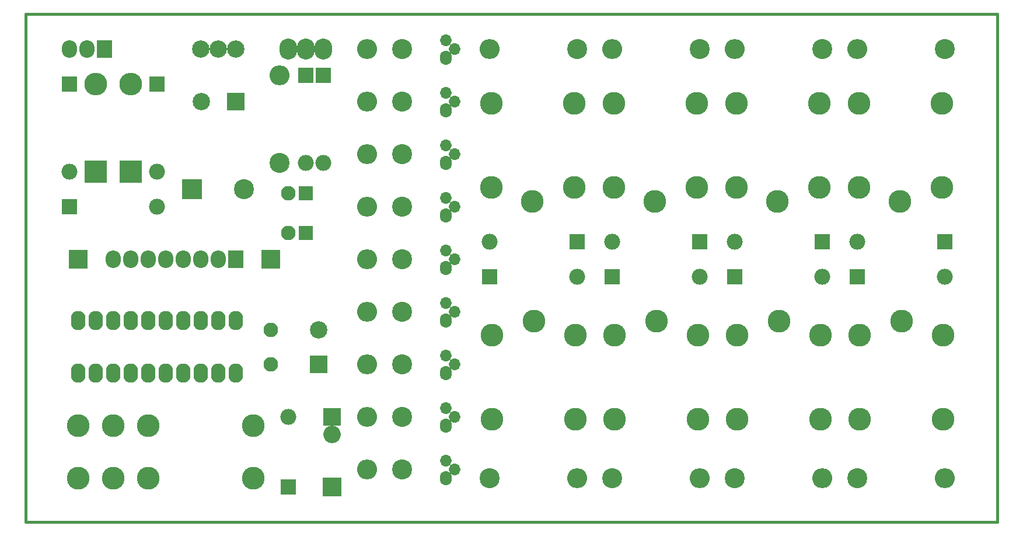
<source format=gbr>
G04 #@! TF.FileFunction,Soldermask,Bot*
%FSLAX46Y46*%
G04 Gerber Fmt 4.6, Leading zero omitted, Abs format (unit mm)*
G04 Created by KiCad (PCBNEW 4.0.5+dfsg1-4+deb9u1) date Mon Sep 26 08:45:52 2022*
%MOMM*%
%LPD*%
G01*
G04 APERTURE LIST*
%ADD10C,0.100000*%
%ADD11C,0.381000*%
%ADD12R,2.308000X2.308000*%
%ADD13O,2.308000X2.308000*%
%ADD14R,3.308000X3.308000*%
%ADD15O,3.308000X3.308000*%
%ADD16R,2.743200X2.743200*%
%ADD17R,2.908000X2.908000*%
%ADD18C,2.908000*%
%ADD19R,2.108000X2.108000*%
%ADD20C,2.108000*%
%ADD21R,2.508000X2.508000*%
%ADD22C,2.508000*%
%ADD23O,2.540000X3.048000*%
%ADD24O,2.108000X2.808000*%
%ADD25C,2.506980*%
%ADD26C,3.308000*%
%ADD27O,1.708000X2.108000*%
%ADD28O,1.708000X1.708000*%
%ADD29O,2.908000X2.908000*%
%ADD30R,2.235200X2.540000*%
%ADD31O,2.235200X2.540000*%
%ADD32R,2.540000X2.540000*%
%ADD33O,2.540000X2.540000*%
G04 APERTURE END LIST*
D10*
D11*
X73660000Y-134620000D02*
X73660000Y-60960000D01*
X214630000Y-134620000D02*
X73660000Y-134620000D01*
X214630000Y-60960000D02*
X214630000Y-134620000D01*
X73660000Y-60960000D02*
X214630000Y-60960000D01*
D12*
X116840000Y-69850000D03*
D13*
X116840000Y-82550000D03*
D14*
X83820000Y-83820000D03*
D15*
X83820000Y-71120000D03*
D14*
X88900000Y-83820000D03*
D15*
X88900000Y-71120000D03*
D16*
X109220000Y-96520000D03*
D17*
X97790000Y-86360000D03*
D18*
X105290000Y-86360000D03*
D19*
X114300000Y-92710000D03*
D20*
X111800000Y-92710000D03*
D21*
X104140000Y-73660000D03*
D22*
X99140000Y-73660000D03*
D21*
X116205000Y-111760000D03*
D22*
X116205000Y-106760000D03*
D20*
X109220000Y-111760000D03*
X109220000Y-106760000D03*
D12*
X114300000Y-69850000D03*
D13*
X114300000Y-82550000D03*
D12*
X80010000Y-88900000D03*
D13*
X92710000Y-88900000D03*
D23*
X114300000Y-66040000D03*
X116840000Y-66040000D03*
X111760000Y-66040000D03*
D24*
X104140000Y-105410000D03*
X101600000Y-105410000D03*
X99060000Y-105410000D03*
X96520000Y-105410000D03*
X93980000Y-105410000D03*
X91440000Y-105410000D03*
X88900000Y-105410000D03*
X86360000Y-105410000D03*
X83820000Y-105410000D03*
X81280000Y-105410000D03*
X81280000Y-113030000D03*
X83820000Y-113030000D03*
X86360000Y-113030000D03*
X88900000Y-113030000D03*
X91440000Y-113030000D03*
X93980000Y-113030000D03*
X96520000Y-113030000D03*
X99060000Y-113030000D03*
X101600000Y-113030000D03*
X104140000Y-113030000D03*
D25*
X101600000Y-66040000D03*
X104140000Y-66040000D03*
X99060000Y-66040000D03*
D19*
X114300000Y-86995000D03*
D20*
X111800000Y-86995000D03*
D12*
X153670000Y-93980000D03*
D13*
X140970000Y-93980000D03*
D12*
X171450000Y-93980000D03*
D13*
X158750000Y-93980000D03*
D12*
X189230000Y-93980000D03*
D13*
X176530000Y-93980000D03*
D26*
X147193000Y-88138000D03*
X153289000Y-73914000D03*
X153289000Y-86106000D03*
X141224000Y-73914000D03*
X141224000Y-86106000D03*
X164973000Y-88138000D03*
X171069000Y-73914000D03*
X171069000Y-86106000D03*
X159004000Y-73914000D03*
X159004000Y-86106000D03*
X182753000Y-88138000D03*
X188849000Y-73914000D03*
X188849000Y-86106000D03*
X176784000Y-73914000D03*
X176784000Y-86106000D03*
D27*
X134620000Y-90170000D03*
D28*
X135890000Y-88900000D03*
X134620000Y-87630000D03*
D27*
X134620000Y-82550000D03*
D28*
X135890000Y-81280000D03*
X134620000Y-80010000D03*
D27*
X134620000Y-74930000D03*
D28*
X135890000Y-73660000D03*
X134620000Y-72390000D03*
D12*
X207010000Y-93980000D03*
D13*
X194310000Y-93980000D03*
D12*
X194310000Y-99060000D03*
D13*
X207010000Y-99060000D03*
D12*
X176530000Y-99060000D03*
D13*
X189230000Y-99060000D03*
D26*
X200533000Y-88138000D03*
X206629000Y-73914000D03*
X206629000Y-86106000D03*
X194564000Y-73914000D03*
X194564000Y-86106000D03*
X200787000Y-105537000D03*
X194691000Y-119761000D03*
X194691000Y-107569000D03*
X206756000Y-119761000D03*
X206756000Y-107569000D03*
X183007000Y-105537000D03*
X176911000Y-119761000D03*
X176911000Y-107569000D03*
X188976000Y-119761000D03*
X188976000Y-107569000D03*
D27*
X134620000Y-67310000D03*
D28*
X135890000Y-66040000D03*
X134620000Y-64770000D03*
D27*
X134620000Y-120650000D03*
D28*
X135890000Y-119380000D03*
X134620000Y-118110000D03*
D27*
X134620000Y-113030000D03*
D28*
X135890000Y-111760000D03*
X134620000Y-110490000D03*
D12*
X158750000Y-99060000D03*
D13*
X171450000Y-99060000D03*
D12*
X140970000Y-99060000D03*
D13*
X153670000Y-99060000D03*
D26*
X165227000Y-105537000D03*
X159131000Y-119761000D03*
X159131000Y-107569000D03*
X171196000Y-119761000D03*
X171196000Y-107569000D03*
X147447000Y-105537000D03*
X141351000Y-119761000D03*
X141351000Y-107569000D03*
X153416000Y-119761000D03*
X153416000Y-107569000D03*
D27*
X134620000Y-105410000D03*
D28*
X135890000Y-104140000D03*
X134620000Y-102870000D03*
D27*
X134620000Y-97790000D03*
D28*
X135890000Y-96520000D03*
X134620000Y-95250000D03*
D27*
X134620000Y-128270000D03*
D28*
X135890000Y-127000000D03*
X134620000Y-125730000D03*
D26*
X91440000Y-128270000D03*
X81280000Y-128270000D03*
X86360000Y-128270000D03*
X86360000Y-120650000D03*
X106680000Y-128270000D03*
X81280000Y-120650000D03*
X106680000Y-120650000D03*
X91440000Y-120650000D03*
D18*
X110490000Y-82550000D03*
D29*
X110490000Y-69850000D03*
D18*
X153670000Y-66040000D03*
D29*
X140970000Y-66040000D03*
D18*
X171450000Y-66040000D03*
D29*
X158750000Y-66040000D03*
D18*
X189230000Y-66040000D03*
D29*
X176530000Y-66040000D03*
D18*
X207010000Y-66040000D03*
D29*
X194310000Y-66040000D03*
D18*
X194310000Y-128270000D03*
D29*
X207010000Y-128270000D03*
D18*
X176530000Y-128270000D03*
D29*
X189230000Y-128270000D03*
D18*
X158750000Y-128270000D03*
D29*
X171450000Y-128270000D03*
D18*
X140970000Y-128270000D03*
D29*
X153670000Y-128270000D03*
D18*
X128270000Y-88900000D03*
D29*
X123190000Y-88900000D03*
D18*
X128270000Y-81280000D03*
D29*
X123190000Y-81280000D03*
D18*
X128270000Y-73660000D03*
D29*
X123190000Y-73660000D03*
D18*
X128270000Y-66040000D03*
D29*
X123190000Y-66040000D03*
D18*
X128270000Y-119380000D03*
D29*
X123190000Y-119380000D03*
D18*
X128270000Y-111760000D03*
D29*
X123190000Y-111760000D03*
D18*
X128270000Y-104140000D03*
D29*
X123190000Y-104140000D03*
D18*
X128270000Y-96520000D03*
D29*
X123190000Y-96520000D03*
D18*
X128270000Y-127000000D03*
D29*
X123190000Y-127000000D03*
D12*
X80010000Y-71120000D03*
D13*
X80010000Y-83820000D03*
D12*
X92710000Y-71120000D03*
D13*
X92710000Y-83820000D03*
D12*
X111760000Y-129540000D03*
D13*
X111760000Y-119380000D03*
D30*
X104140000Y-96520000D03*
D31*
X101600000Y-96520000D03*
X99060000Y-96520000D03*
X96520000Y-96520000D03*
X93980000Y-96520000D03*
X91440000Y-96520000D03*
X88900000Y-96520000D03*
X86360000Y-96520000D03*
D16*
X81280000Y-96520000D03*
X118110000Y-129540000D03*
D32*
X118110000Y-119380000D03*
D33*
X118110000Y-121920000D03*
D30*
X85090000Y-66040000D03*
D31*
X82550000Y-66040000D03*
X80010000Y-66040000D03*
M02*

</source>
